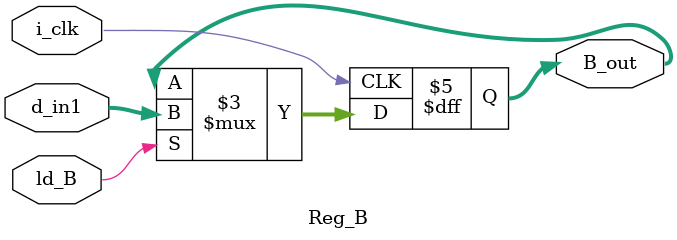
<source format=v>
`timescale 1ns / 1ps


`define DATA_WIDTH1 8
module Reg_B(
d_in1 , ld_B  , i_clk ,B_out
    );
 input [`DATA_WIDTH1-1:0] d_in1 ;
 input i_clk ;

 input ld_B ;
 output reg [`DATA_WIDTH1-1:0] B_out ;
    
    
   always @ (posedge i_clk)
    begin
      if (ld_B)
         begin
      B_out <= d_in1 ; 
          end
       else
         begin
       B_out <= B_out ;
           end
           end  
        
    
endmodule

</source>
